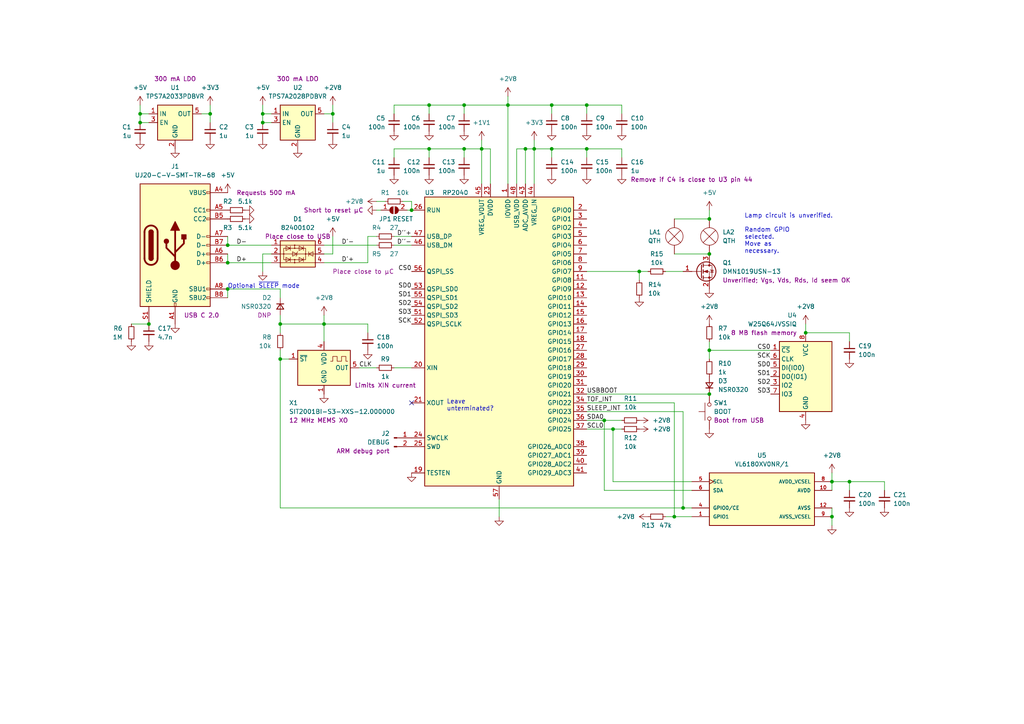
<source format=kicad_sch>
(kicad_sch (version 20230121) (generator eeschema)
  (paper "A4")
  (title_block (title "Hyperspectral Gripper PCB Assy.") (date "2024-02-28") (rev "A") (company "Schematic authors: Lilly Rizvi") (comment 1 "3. Place capacitors as close as possible to relevant IC terminals") (comment 2 "2. Use X5R or X7R ceramic capacitors with soft terminations unless otherwise noted.") (comment 3 "1. Leaded IC packages are selected for reliability on non-rigid substrate."))
  (lib_symbols
    (symbol "Connector:Conn_01x02_Pin" (pin_names (offset 1.016) hide)
      (property "Reference" "J" (at 0 2.54 0))
      (property "Value" "Conn_01x02_Pin" (at 0 -5.08 0))
      (symbol "Conn_01x02_Pin_1_1"
        (polyline (pts (xy 1.27 -2.54) (xy 0.8636 -2.54)) (stroke (width 0.1524)))
        (polyline (pts (xy 1.27 0) (xy 0.8636 0)) (stroke (width 0.1524)))
        (rectangle (start 0.8636 -2.413) (end 0 -2.667) (stroke (width 0.1524)) (fill (type outline)))
        (rectangle (start 0.8636 0.127) (end 0 -0.127) (stroke (width 0.1524)) (fill (type outline)))
        (pin passive line (at 5.08 0 180) (length 3.81) (name "Pin_1") (number "1"))
        (pin passive line (at 5.08 -2.54 180) (length 3.81) (name "Pin_2") (number "2"))
      )
    )
    (symbol "Connector:USB_C_Receptacle_USB2.0" (pin_names (offset 1.016))
      (property "Reference" "J" (at -10.16 19.05 0))
      (property "Value" "USB_C_Receptacle_USB2.0" (at 19.05 19.05 0))
      (symbol "USB_C_Receptacle_USB2.0_0_0"
        (rectangle (start -0.254 -17.78) (end 0.254 -16.764))
        (rectangle (start 10.16 -14.986) (end 9.144 -15.494))
        (rectangle (start 10.16 -12.446) (end 9.144 -12.954))
        (rectangle (start 10.16 -4.826) (end 9.144 -5.334))
        (rectangle (start 10.16 -2.286) (end 9.144 -2.794))
        (rectangle (start 10.16 0.254) (end 9.144 -0.254))
        (rectangle (start 10.16 2.794) (end 9.144 2.286))
        (rectangle (start 10.16 7.874) (end 9.144 7.366))
        (rectangle (start 10.16 10.414) (end 9.144 9.906))
        (rectangle (start 10.16 15.494) (end 9.144 14.986))
      )
      (symbol "USB_C_Receptacle_USB2.0_0_1"
        (rectangle (start -10.16 17.78) (end 10.16 -17.78) (stroke (width 0.254)) (fill (type background)))
        (arc (start -8.89 -3.81) (mid -6.985 -5.7067) (end -5.08 -3.81) (stroke (width 0.508)))
        (arc (start -7.62 -3.81) (mid -6.985 -4.4423) (end -6.35 -3.81) (stroke (width 0.254)))
        (arc (start -7.62 -3.81) (mid -6.985 -4.4423) (end -6.35 -3.81) (stroke (width 0.254)) (fill (type outline)))
        (rectangle (start -7.62 -3.81) (end -6.35 3.81) (stroke (width 0.254)) (fill (type outline)))
        (arc (start -6.35 3.81) (mid -6.985 4.4423) (end -7.62 3.81) (stroke (width 0.254)))
        (arc (start -6.35 3.81) (mid -6.985 4.4423) (end -7.62 3.81) (stroke (width 0.254)) (fill (type outline)))
        (arc (start -5.08 3.81) (mid -6.985 5.7067) (end -8.89 3.81) (stroke (width 0.508)))
        (circle (center -2.54 1.143) (radius 0.635) (stroke (width 0.254)) (fill (type outline)))
        (circle (center 0 -5.842) (radius 1.27) (fill (type outline)))
        (polyline (pts (xy -8.89 -3.81) (xy -8.89 3.81)) (stroke (width 0.508)))
        (polyline (pts (xy -5.08 3.81) (xy -5.08 -3.81)) (stroke (width 0.508)))
        (polyline (pts (xy 0 -5.842) (xy 0 4.318)) (stroke (width 0.508)))
        (polyline (pts (xy 0 -3.302) (xy -2.54 -0.762) (xy -2.54 0.508)) (stroke (width 0.508)))
        (polyline (pts (xy 0 -2.032) (xy 2.54 0.508) (xy 2.54 1.778)) (stroke (width 0.508)))
        (polyline (pts (xy -1.27 4.318) (xy 0 6.858) (xy 1.27 4.318) (xy -1.27 4.318)) (stroke (width 0.254)) (fill (type outline)))
        (rectangle (start 1.905 1.778) (end 3.175 3.048) (stroke (width 0.254)) (fill (type outline)))
      )
      (symbol "USB_C_Receptacle_USB2.0_1_1"
        (pin passive line (at 0 -22.86 90) (length 5.08) (name "GND") (number "A1"))
        (pin passive line (at 0 -22.86 90) (length 5.08) hide (name "GND") (number "A12"))
        (pin passive line (at 15.24 15.24 180) (length 5.08) (name "VBUS") (number "A4"))
        (pin bidirectional line (at 15.24 10.16 180) (length 5.08) (name "CC1") (number "A5"))
        (pin bidirectional line (at 15.24 -2.54 180) (length 5.08) (name "D+") (number "A6"))
        (pin bidirectional line (at 15.24 2.54 180) (length 5.08) (name "D-") (number "A7"))
        (pin bidirectional line (at 15.24 -12.7 180) (length 5.08) (name "SBU1") (number "A8"))
        (pin passive line (at 15.24 15.24 180) (length 5.08) hide (name "VBUS") (number "A9"))
        (pin passive line (at 0 -22.86 90) (length 5.08) hide (name "GND") (number "B1"))
        (pin passive line (at 0 -22.86 90) (length 5.08) hide (name "GND") (number "B12"))
        (pin passive line (at 15.24 15.24 180) (length 5.08) hide (name "VBUS") (number "B4"))
        (pin bidirectional line (at 15.24 7.62 180) (length 5.08) (name "CC2") (number "B5"))
        (pin bidirectional line (at 15.24 -5.08 180) (length 5.08) (name "D+") (number "B6"))
        (pin bidirectional line (at 15.24 0 180) (length 5.08) (name "D-") (number "B7"))
        (pin bidirectional line (at 15.24 -15.24 180) (length 5.08) (name "SBU2") (number "B8"))
        (pin passive line (at 15.24 15.24 180) (length 5.08) hide (name "VBUS") (number "B9"))
        (pin passive line (at -7.62 -22.86 90) (length 5.08) (name "SHIELD") (number "S1"))
      )
    )
    (symbol "Device:C_Small" (pin_numbers hide) (pin_names (offset 0.254) hide)
      (property "Reference" "C" (at 0.254 1.778 0))
      (property "Value" "C_Small" (at 0.254 -2.032 0))
      (symbol "C_Small_0_1"
        (polyline (pts (xy -1.524 -0.508) (xy 1.524 -0.508)) (stroke (width 0.3302)))
        (polyline (pts (xy -1.524 0.508) (xy 1.524 0.508)) (stroke (width 0.3048)))
      )
      (symbol "C_Small_1_1"
        (pin passive line (at 0 2.54 270) (length 2.032) (name "~") (number "1"))
        (pin passive line (at 0 -2.54 90) (length 2.032) (name "~") (number "2"))
      )
    )
    (symbol "Device:D_Small" (pin_numbers hide) (pin_names (offset 0.254) hide)
      (property "Reference" "D" (at -1.27 2.032 0))
      (property "Value" "D_Small" (at -3.81 -2.032 0))
      (symbol "D_Small_0_1"
        (polyline (pts (xy -0.762 -1.016) (xy -0.762 1.016)) (stroke (width 0.254)))
        (polyline (pts (xy -0.762 0) (xy 0.762 0)))
        (polyline (pts (xy 0.762 -1.016) (xy -0.762 0) (xy 0.762 1.016) (xy 0.762 -1.016)) (stroke (width 0.254)))
      )
      (symbol "D_Small_1_1"
        (pin passive line (at -2.54 0 0) (length 1.778) (name "K") (number "1"))
        (pin passive line (at 2.54 0 180) (length 1.778) (name "A") (number "2"))
      )
    )
    (symbol "Device:Lamp" (pin_numbers hide) (pin_names (offset 0.0254) hide)
      (property "Reference" "LA" (at 0.635 3.81 0))
      (property "Value" "Lamp" (at 0.635 -3.81 0))
      (symbol "Lamp_0_1"
        (polyline (pts (xy -1.778 1.778) (xy 1.778 -1.778)))
        (polyline (pts (xy 1.778 1.778) (xy -1.778 -1.778)))
        (circle (center 0 0) (radius 2.54))
      )
      (symbol "Lamp_1_1"
        (pin passive line (at 0 -5.08 90) (length 2.54) (name "-") (number "1"))
        (pin passive line (at 0 5.08 270) (length 2.54) (name "+") (number "2"))
      )
    )
    (symbol "Device:R_Small" (pin_numbers hide) (pin_names (offset 0.254) hide)
      (property "Reference" "R" (at 0.762 0.508 0))
      (property "Value" "R_Small" (at 0.762 -1.016 0))
      (symbol "R_Small_0_1"
        (rectangle (start -0.762 1.778) (end 0.762 -1.778) (stroke (width 0.2032)))
      )
      (symbol "R_Small_1_1"
        (pin passive line (at 0 2.54 270) (length 0.762) (name "~") (number "1"))
        (pin passive line (at 0 -2.54 90) (length 0.762) (name "~") (number "2"))
      )
    )
    (symbol "Jumper:SolderJumper_2_Open" (pin_names (offset 0) hide)
      (property "Reference" "JP" (at 0 2.032 0))
      (property "Value" "SolderJumper_2_Open" (at 0 -2.54 0))
      (symbol "SolderJumper_2_Open_0_1"
        (arc (start -0.254 1.016) (mid -1.2656 0) (end -0.254 -1.016))
        (arc (start -0.254 1.016) (mid -1.2656 0) (end -0.254 -1.016) (fill (type outline)))
        (polyline (pts (xy -0.254 1.016) (xy -0.254 -1.016)))
        (polyline (pts (xy 0.254 1.016) (xy 0.254 -1.016)))
        (arc (start 0.254 -1.016) (mid 1.2656 0) (end 0.254 1.016))
        (arc (start 0.254 -1.016) (mid 1.2656 0) (end 0.254 1.016) (fill (type outline)))
      )
      (symbol "SolderJumper_2_Open_1_1"
        (pin passive line (at -3.81 0 0) (length 2.54) (name "A") (number "1"))
        (pin passive line (at 3.81 0 180) (length 2.54) (name "B") (number "2"))
      )
    )
    (symbol "MCU_RaspberryPi:RP2040"
      (property "Reference" "U" (at 17.78 45.72 0))
      (property "Value" "RP2040" (at 17.78 43.18 0))
      (symbol "RP2040_0_1"
        (rectangle (start -21.59 41.91) (end 21.59 -41.91) (stroke (width 0.254)) (fill (type background)))
      )
      (symbol "RP2040_1_1"
        (pin power_in line (at 2.54 45.72 270) (length 3.81) (name "IOVDD") (number "1"))
        (pin passive line (at 2.54 45.72 270) (length 3.81) hide (name "IOVDD") (number "10"))
        (pin bidirectional line (at 25.4 17.78 180) (length 3.81) (name "GPIO8") (number "11"))
        (pin bidirectional line (at 25.4 15.24 180) (length 3.81) (name "GPIO9") (number "12"))
        (pin bidirectional line (at 25.4 12.7 180) (length 3.81) (name "GPIO10") (number "13"))
        (pin bidirectional line (at 25.4 10.16 180) (length 3.81) (name "GPIO11") (number "14"))
        (pin bidirectional line (at 25.4 7.62 180) (length 3.81) (name "GPIO12") (number "15"))
        (pin bidirectional line (at 25.4 5.08 180) (length 3.81) (name "GPIO13") (number "16"))
        (pin bidirectional line (at 25.4 2.54 180) (length 3.81) (name "GPIO14") (number "17"))
        (pin bidirectional line (at 25.4 0 180) (length 3.81) (name "GPIO15") (number "18"))
        (pin input line (at -25.4 -38.1 0) (length 3.81) (name "TESTEN") (number "19"))
        (pin bidirectional line (at 25.4 38.1 180) (length 3.81) (name "GPIO0") (number "2"))
        (pin input line (at -25.4 -7.62 0) (length 3.81) (name "XIN") (number "20"))
        (pin passive line (at -25.4 -17.78 0) (length 3.81) (name "XOUT") (number "21"))
        (pin passive line (at 2.54 45.72 270) (length 3.81) hide (name "IOVDD") (number "22"))
        (pin power_in line (at -2.54 45.72 270) (length 3.81) (name "DVDD") (number "23"))
        (pin input line (at -25.4 -27.94 0) (length 3.81) (name "SWCLK") (number "24"))
        (pin bidirectional line (at -25.4 -30.48 0) (length 3.81) (name "SWD") (number "25"))
        (pin input line (at -25.4 38.1 0) (length 3.81) (name "RUN") (number "26"))
        (pin bidirectional line (at 25.4 -2.54 180) (length 3.81) (name "GPIO16") (number "27"))
        (pin bidirectional line (at 25.4 -5.08 180) (length 3.81) (name "GPIO17") (number "28"))
        (pin bidirectional line (at 25.4 -7.62 180) (length 3.81) (name "GPIO18") (number "29"))
        (pin bidirectional line (at 25.4 35.56 180) (length 3.81) (name "GPIO1") (number "3"))
        (pin bidirectional line (at 25.4 -10.16 180) (length 3.81) (name "GPIO19") (number "30"))
        (pin bidirectional line (at 25.4 -12.7 180) (length 3.81) (name "GPIO20") (number "31"))
        (pin bidirectional line (at 25.4 -15.24 180) (length 3.81) (name "GPIO21") (number "32"))
        (pin passive line (at 2.54 45.72 270) (length 3.81) hide (name "IOVDD") (number "33"))
        (pin bidirectional line (at 25.4 -17.78 180) (length 3.81) (name "GPIO22") (number "34"))
        (pin bidirectional line (at 25.4 -20.32 180) (length 3.81) (name "GPIO23") (number "35"))
        (pin bidirectional line (at 25.4 -22.86 180) (length 3.81) (name "GPIO24") (number "36"))
        (pin bidirectional line (at 25.4 -25.4 180) (length 3.81) (name "GPIO25") (number "37"))
        (pin bidirectional line (at 25.4 -30.48 180) (length 3.81) (name "GPIO26_ADC0") (number "38"))
        (pin bidirectional line (at 25.4 -33.02 180) (length 3.81) (name "GPIO27_ADC1") (number "39"))
        (pin bidirectional line (at 25.4 33.02 180) (length 3.81) (name "GPIO2") (number "4"))
        (pin bidirectional line (at 25.4 -35.56 180) (length 3.81) (name "GPIO28_ADC2") (number "40"))
        (pin bidirectional line (at 25.4 -38.1 180) (length 3.81) (name "GPIO29_ADC3") (number "41"))
        (pin passive line (at 2.54 45.72 270) (length 3.81) hide (name "IOVDD") (number "42"))
        (pin power_in line (at 7.62 45.72 270) (length 3.81) (name "ADC_AVDD") (number "43"))
        (pin power_in line (at 10.16 45.72 270) (length 3.81) (name "VREG_IN") (number "44"))
        (pin power_out line (at -5.08 45.72 270) (length 3.81) (name "VREG_VOUT") (number "45"))
        (pin bidirectional line (at -25.4 27.94 0) (length 3.81) (name "USB_DM") (number "46"))
        (pin bidirectional line (at -25.4 30.48 0) (length 3.81) (name "USB_DP") (number "47"))
        (pin power_in line (at 5.08 45.72 270) (length 3.81) (name "USB_VDD") (number "48"))
        (pin passive line (at 2.54 45.72 270) (length 3.81) hide (name "IOVDD") (number "49"))
        (pin bidirectional line (at 25.4 30.48 180) (length 3.81) (name "GPIO3") (number "5"))
        (pin passive line (at -2.54 45.72 270) (length 3.81) hide (name "DVDD") (number "50"))
        (pin bidirectional line (at -25.4 7.62 0) (length 3.81) (name "QSPI_SD3") (number "51"))
        (pin output line (at -25.4 5.08 0) (length 3.81) (name "QSPI_SCLK") (number "52"))
        (pin bidirectional line (at -25.4 15.24 0) (length 3.81) (name "QSPI_SD0") (number "53"))
        (pin bidirectional line (at -25.4 10.16 0) (length 3.81) (name "QSPI_SD2") (number "54"))
        (pin bidirectional line (at -25.4 12.7 0) (length 3.81) (name "QSPI_SD1") (number "55"))
        (pin bidirectional line (at -25.4 20.32 0) (length 3.81) (name "QSPI_SS") (number "56"))
        (pin power_in line (at 0 -45.72 90) (length 3.81) (name "GND") (number "57"))
        (pin bidirectional line (at 25.4 27.94 180) (length 3.81) (name "GPIO4") (number "6"))
        (pin bidirectional line (at 25.4 25.4 180) (length 3.81) (name "GPIO5") (number "7"))
        (pin bidirectional line (at 25.4 22.86 180) (length 3.81) (name "GPIO6") (number "8"))
        (pin bidirectional line (at 25.4 20.32 180) (length 3.81) (name "GPIO7") (number "9"))
      )
    )
    (symbol "Memory_Flash:W25Q32JVSS"
      (property "Reference" "U" (at -6.35 11.43 0))
      (property "Value" "W25Q32JVSS" (at 7.62 11.43 0))
      (symbol "W25Q32JVSS_0_1"
        (rectangle (start -7.62 10.16) (end 7.62 -10.16) (stroke (width 0.254)) (fill (type background)))
      )
      (symbol "W25Q32JVSS_1_1"
        (pin input line (at -10.16 7.62 0) (length 2.54) (name "~{CS}") (number "1"))
        (pin bidirectional line (at -10.16 0 0) (length 2.54) (name "DO(IO1)") (number "2"))
        (pin bidirectional line (at -10.16 -2.54 0) (length 2.54) (name "IO2") (number "3"))
        (pin power_in line (at 0 -12.7 90) (length 2.54) (name "GND") (number "4"))
        (pin bidirectional line (at -10.16 2.54 0) (length 2.54) (name "DI(IO0)") (number "5"))
        (pin input line (at -10.16 5.08 0) (length 2.54) (name "CLK") (number "6"))
        (pin bidirectional line (at -10.16 -5.08 0) (length 2.54) (name "IO3") (number "7"))
        (pin power_in line (at 0 12.7 270) (length 2.54) (name "VCC") (number "8"))
      )
    )
    (symbol "Power_Protection:WE-TVS-82400102"
      (property "Reference" "U" (at 0 7.62 0))
      (property "Value" "WE-TVS-82400102" (at 0 5.08 0))
      (symbol "WE-TVS-82400102_0_1"
        (circle (center -4.064 0) (radius 0.127))
        (rectangle (start -4.064 1.651) (end 2.286 -1.651))
        (circle (center -0.889 -2.54) (radius 0.127))
        (circle (center -0.889 -1.651) (radius 0.127))
        (circle (center -0.889 1.651) (radius 0.127))
        (circle (center -0.889 2.54) (radius 0.127))
        (polyline (pts (xy -5.08 -2.54) (xy 5.08 -2.54)))
        (polyline (pts (xy -5.08 2.54) (xy 5.08 2.54)))
        (polyline (pts (xy -4.064 0) (xy -5.08 0)))
        (polyline (pts (xy -4.064 0) (xy 2.286 0)) (fill (type outline)))
        (polyline (pts (xy -2.159 -1.016) (xy -2.159 -2.286)))
        (polyline (pts (xy -2.159 2.286) (xy -2.159 1.016)))
        (polyline (pts (xy -0.889 -1.651) (xy -0.889 -2.413)))
        (polyline (pts (xy -0.889 1.651) (xy -0.889 2.54)))
        (polyline (pts (xy -0.508 -0.635) (xy -0.508 -0.635)))
        (polyline (pts (xy 1.651 -1.016) (xy 1.651 -2.286)))
        (polyline (pts (xy 1.651 2.286) (xy 1.651 1.016)))
        (polyline (pts (xy 2.286 0) (xy 5.08 0)))
        (polyline (pts (xy -3.429 -1.016) (xy -3.429 -2.286) (xy -2.159 -1.651) (xy -3.429 -1.016)))
        (polyline (pts (xy -3.429 1.016) (xy -3.429 2.286) (xy -2.159 1.651) (xy -3.429 1.016)))
        (polyline (pts (xy 0 0.635) (xy -0.254 0.381) (xy -0.254 -0.381) (xy -0.508 -0.635)))
        (polyline (pts (xy 0.381 -1.016) (xy 0.381 -2.286) (xy 1.651 -1.651) (xy 0.381 -1.016)))
        (polyline (pts (xy 0.381 1.016) (xy 0.381 2.286) (xy 1.651 1.651) (xy 0.381 1.016)))
        (circle (center 2.286 0) (radius 0.127))
      )
      (symbol "WE-TVS-82400102_1_1"
        (rectangle (start -5.08 3.81) (end 5.08 -3.81) (stroke (width 0.254)) (fill (type background)))
        (polyline (pts (xy 3.175 0.635) (xy 3.175 -0.635)))
        (polyline (pts (xy -1.524 0.635) (xy -1.524 -0.635) (xy -0.254 0) (xy -1.524 0.635)))
        (polyline (pts (xy 4.445 0.635) (xy 4.445 -0.635) (xy 3.175 0) (xy 4.445 0.635)))
        (pin passive line (at -7.62 2.54 0) (length 2.54) (name "~") (number "1"))
        (pin passive line (at -7.62 0 0) (length 2.54) (name "~") (number "2"))
        (pin passive line (at -7.62 -2.54 0) (length 2.54) (name "~") (number "3"))
        (pin passive line (at 7.62 -2.54 180) (length 2.54) (name "~") (number "4"))
        (pin passive line (at 7.62 0 180) (length 2.54) (name "~") (number "5"))
        (pin passive line (at 7.62 2.54 180) (length 2.54) (name "~") (number "6"))
      )
    )
    (symbol "Regulator_Linear:LP5907MFX-2.8"
      (property "Reference" "U" (at -3.81 6.35 0))
      (property "Value" "LP5907MFX-2.8" (at 6.35 6.35 0))
      (symbol "LP5907MFX-2.8_0_1"
        (rectangle (start -5.08 -5.08) (end 5.08 5.08) (stroke (width 0.254)) (fill (type background)))
        (pin power_in line (at -7.62 2.54 0) (length 2.54) (name "IN") (number "1"))
        (pin power_in line (at 0 -7.62 90) (length 2.54) (name "GND") (number "2"))
        (pin input line (at -7.62 0 0) (length 2.54) (name "EN") (number "3"))
        (pin no_connect line (at 5.08 0 180) (length 2.54) hide (name "NC") (number "4"))
        (pin power_out line (at 7.62 2.54 180) (length 2.54) (name "OUT") (number "5"))
      )
    )
    (symbol "SIT2001:SIT2001BI-S3-XXS"
      (property "Reference" "X" (at -6.35 6.35 0))
      (property "Value" "SIT2001BI-S3-XXS" (at 8.89 -6.35 0))
      (symbol "SIT2001BI-S3-XXS_0_1"
        (rectangle (start -7.62 5.08) (end 7.62 -5.08) (stroke (width 0.254)) (fill (type background)))
        (polyline (pts (xy 1.905 1.905) (xy 2.54 1.905) (xy 2.54 3.302) (xy 3.81 3.302) (xy 3.81 1.905) (xy 5.08 1.905) (xy 5.08 3.302) (xy 6.35 3.302) (xy 6.35 1.905) (xy 6.858 1.905)))
      )
      (symbol "SIT2001BI-S3-XXS_1_1"
        (pin power_in line (at 0 -7.62 90) (length 2.54) (name "GND") (number "1"))
        (pin input line (at -10.16 2.54 0) (length 2.54) (name "~{ST}") (number "1"))
        (pin no_connect line (at -7.62 -2.54 0) (length 2.54) hide (name "NC") (number "2"))
        (pin power_in line (at 0 7.62 270) (length 2.54) (name "VDD") (number "4"))
        (pin output line (at 10.16 0 180) (length 2.54) (name "OUT") (number "5"))
      )
    )
    (symbol "Switch:SW_Push" (pin_numbers hide) (pin_names (offset 1.016) hide)
      (property "Reference" "SW" (at 1.27 2.54 0))
      (property "Value" "SW_Push" (at 0 -1.524 0))
      (symbol "SW_Push_0_1"
        (circle (center -2.032 0) (radius 0.508))
        (polyline (pts (xy 0 1.27) (xy 0 3.048)))
        (polyline (pts (xy 2.54 1.27) (xy -2.54 1.27)))
        (circle (center 2.032 0) (radius 0.508))
        (pin passive line (at -5.08 0 0) (length 2.54) (name "1") (number "1"))
        (pin passive line (at 5.08 0 180) (length 2.54) (name "2") (number "2"))
      )
    )
    (symbol "Transistor_FET:BSS138" (pin_names hide)
      (property "Reference" "Q" (at 5.08 1.905 0))
      (property "Value" "BSS138" (at 5.08 0 0))
      (symbol "BSS138_0_1"
        (polyline (pts (xy 0.254 0) (xy -2.54 0)))
        (polyline (pts (xy 0.254 1.905) (xy 0.254 -1.905)) (stroke (width 0.254)))
        (polyline (pts (xy 0.762 -1.27) (xy 0.762 -2.286)) (stroke (width 0.254)))
        (polyline (pts (xy 0.762 0.508) (xy 0.762 -0.508)) (stroke (width 0.254)))
        (polyline (pts (xy 0.762 2.286) (xy 0.762 1.27)) (stroke (width 0.254)))
        (polyline (pts (xy 2.54 2.54) (xy 2.54 1.778)))
        (polyline (pts (xy 2.54 -2.54) (xy 2.54 0) (xy 0.762 0)))
        (polyline (pts (xy 0.762 -1.778) (xy 3.302 -1.778) (xy 3.302 1.778) (xy 0.762 1.778)))
        (polyline (pts (xy 1.016 0) (xy 2.032 0.381) (xy 2.032 -0.381) (xy 1.016 0)) (fill (type outline)))
        (polyline (pts (xy 2.794 0.508) (xy 2.921 0.381) (xy 3.683 0.381) (xy 3.81 0.254)))
        (polyline (pts (xy 3.302 0.381) (xy 2.921 -0.254) (xy 3.683 -0.254) (xy 3.302 0.381)))
        (circle (center 1.651 0) (radius 2.794) (stroke (width 0.254)))
        (circle (center 2.54 -1.778) (radius 0.254) (fill (type outline)))
        (circle (center 2.54 1.778) (radius 0.254) (fill (type outline)))
      )
      (symbol "BSS138_1_1"
        (pin input line (at -5.08 0 0) (length 2.54) (name "G") (number "1"))
        (pin passive line (at 2.54 -5.08 90) (length 2.54) (name "S") (number "2"))
        (pin passive line (at 2.54 5.08 270) (length 2.54) (name "D") (number "3"))
      )
    )
    (symbol "VL6180XV0NR_1:VL6180XV0NR_1" (pin_names (offset 1.016))
      (property "Reference" "U" (at -15.2568 7.6284 0))
      (property "Value" "VL6180XV0NR_1" (at -15.2519 -10.1679 0))
      (symbol "VL6180XV0NR_1_0_0"
        (rectangle (start -15.24 -7.62) (end 15.24 7.62) (stroke (width 0.254)) (fill (type background)))
        (pin bidirectional line (at -20.32 -5.08 0) (length 5.08) (name "GPIO1") (number "1"))
        (pin power_in line (at 20.32 2.54 180) (length 5.08) (name "AVDD") (number "10"))
        (pin power_in line (at 20.32 -2.54 180) (length 5.08) (name "AVSS") (number "12"))
        (pin bidirectional line (at -20.32 -2.54 0) (length 5.08) (name "GPIO0/CE") (number "4"))
        (pin input clock (at -20.32 5.08 0) (length 5.08) (name "SCL") (number "5"))
        (pin bidirectional line (at -20.32 2.54 0) (length 5.08) (name "SDA") (number "6"))
        (pin power_in line (at 20.32 5.08 180) (length 5.08) (name "AVDD_VCSEL") (number "8"))
        (pin power_in line (at 20.32 -5.08 180) (length 5.08) (name "AVSS_VCSEL") (number "9"))
      )
    )
    (symbol "power:+1V1" (power) (pin_names (offset 0))
      (property "Value" "+1V1" (at 0 3.556 0))
      (symbol "+1V1_0_1"
        (polyline (pts (xy -0.762 1.27) (xy 0 2.54)))
        (polyline (pts (xy 0 0) (xy 0 2.54)))
        (polyline (pts (xy 0 2.54) (xy 0.762 1.27)))
      )
      (symbol "+1V1_1_1"
        (pin power_in line (at 0 0 90) (length 0) hide (name "+1V1") (number "1"))
      )
    )
    (symbol "power:+2V8" (power) (pin_names (offset 0))
      (property "Value" "+2V8" (at 0 3.556 0))
      (symbol "+2V8_0_1"
        (polyline (pts (xy -0.762 1.27) (xy 0 2.54)))
        (polyline (pts (xy 0 0) (xy 0 2.54)))
        (polyline (pts (xy 0 2.54) (xy 0.762 1.27)))
      )
      (symbol "+2V8_1_1"
        (pin power_in line (at 0 0 90) (length 0) hide (name "+2V8") (number "1"))
      )
    )
    (symbol "power:+3V3" (power) (pin_names (offset 0))
      (property "Value" "+3V3" (at 0 3.556 0))
      (symbol "+3V3_0_1"
        (polyline (pts (xy -0.762 1.27) (xy 0 2.54)))
        (polyline (pts (xy 0 0) (xy 0 2.54)))
        (polyline (pts (xy 0 2.54) (xy 0.762 1.27)))
      )
      (symbol "+3V3_1_1"
        (pin power_in line (at 0 0 90) (length 0) hide (name "+3V3") (number "1"))
      )
    )
    (symbol "power:+5V" (power) (pin_names (offset 0))
      (property "Value" "+5V" (at 0 3.556 0))
      (symbol "+5V_0_1"
        (polyline (pts (xy -0.762 1.27) (xy 0 2.54)))
        (polyline (pts (xy 0 0) (xy 0 2.54)))
        (polyline (pts (xy 0 2.54) (xy 0.762 1.27)))
      )
      (symbol "+5V_1_1"
        (pin power_in line (at 0 0 90) (length 0) hide (name "+5V") (number "1"))
      )
    )
    (symbol "power:GND" (power) (pin_names (offset 0))
      (property "Value" "GND" (at 0 -3.81 0))
      (symbol "GND_0_1"
        (polyline (pts (xy 0 0) (xy 0 -1.27) (xy 1.27 -1.27) (xy 0 -2.54) (xy -1.27 -1.27) (xy 0 -1.27)))
      )
      (symbol "GND_1_1"
        (pin power_in line (at 0 0 270) (length 0) hide (name "GND") (number "1"))
      )
    )
  )
  (junction (at 40.64 33.02))
  (junction (at 81.28 104.14))
  (junction (at 119.38 60.96))
  (junction (at 76.2 35.56))
  (junction (at 60.96 33.02))
  (junction (at 205.74 114.3))
  (junction (at 233.68 96.52))
  (junction (at 160.02 30.48))
  (junction (at 134.62 30.48))
  (junction (at 170.18 43.18))
  (junction (at 205.74 63.5))
  (junction (at 246.38 139.7))
  (junction (at 170.18 30.48))
  (junction (at 93.98 93.98))
  (junction (at 152.4 43.18))
  (junction (at 134.62 43.18))
  (junction (at 124.46 43.18))
  (junction (at 124.46 30.48))
  (junction (at 76.2 33.02))
  (junction (at 241.3 149.86))
  (junction (at 147.32 30.48))
  (junction (at 195.58 149.86))
  (junction (at 175.26 121.92))
  (junction (at 66.04 83.82))
  (junction (at 139.7 43.18))
  (junction (at 241.3 139.7))
  (junction (at 185.42 78.74))
  (junction (at 198.12 147.32))
  (junction (at 66.04 71.12))
  (junction (at 40.64 35.56))
  (junction (at 205.74 73.66))
  (junction (at 205.74 101.6))
  (junction (at 160.02 43.18))
  (junction (at 154.94 43.18))
  (junction (at 66.04 76.2))
  (junction (at 96.52 33.02))
  (junction (at 81.28 93.98))
  (junction (at 177.8 124.46))
  (junction (at 43.18 93.98))
  (no_connect (at 119.38 116.84))
  (wire (pts (xy 66.04 73.66) (xy 66.04 76.2)))
  (wire (pts (xy 114.3 71.12) (xy 119.38 71.12)))
  (wire (pts (xy 76.2 33.02) (xy 76.2 35.56)))
  (wire (pts (xy 96.52 68.58) (xy 96.52 73.66)))
  (wire (pts (xy 114.3 33.02) (xy 114.3 30.48)))
  (wire (pts (xy 198.12 147.32) (xy 200.66 147.32)))
  (wire (pts (xy 60.96 35.56) (xy 60.96 33.02)))
  (wire (pts (xy 96.52 30.48) (xy 96.52 33.02)))
  (wire (pts (xy 118.11 60.96) (xy 119.38 60.96)))
  (wire (pts (xy 66.04 71.12) (xy 78.74 71.12)))
  (wire (pts (xy 109.22 60.96) (xy 110.49 60.96)))
  (wire (pts (xy 40.64 35.56) (xy 43.18 35.56)))
  (wire (pts (xy 198.12 119.38) (xy 198.12 147.32)))
  (wire (pts (xy 81.28 91.44) (xy 81.28 93.98)))
  (wire (pts (xy 193.04 149.86) (xy 195.58 149.86)))
  (wire (pts (xy 177.8 124.46) (xy 170.18 124.46)))
  (wire (pts (xy 180.34 45.72) (xy 180.34 43.18)))
  (wire (pts (xy 78.74 76.2) (xy 66.04 76.2)))
  (wire (pts (xy 195.58 73.66) (xy 205.74 73.66)))
  (wire (pts (xy 205.74 99.06) (xy 205.74 101.6)))
  (wire (pts (xy 160.02 43.18) (xy 170.18 43.18)))
  (wire (pts (xy 160.02 33.02) (xy 160.02 30.48)))
  (wire (pts (xy 81.28 86.36) (xy 81.28 83.82)))
  (wire (pts (xy 81.28 101.6) (xy 81.28 104.14)))
  (wire (pts (xy 180.34 30.48) (xy 170.18 30.48)))
  (wire (pts (xy 154.94 40.64) (xy 154.94 43.18)))
  (wire (pts (xy 205.74 60.96) (xy 205.74 63.5)))
  (wire (pts (xy 93.98 71.12) (xy 109.22 71.12)))
  (wire (pts (xy 160.02 43.18) (xy 160.02 45.72)))
  (wire (pts (xy 195.58 149.86) (xy 200.66 149.86)))
  (wire (pts (xy 114.3 68.58) (xy 119.38 68.58)))
  (wire (pts (xy 134.62 33.02) (xy 134.62 30.48)))
  (wire (pts (xy 93.98 93.98) (xy 93.98 99.06)))
  (wire (pts (xy 119.38 58.42) (xy 119.38 60.96)))
  (wire (pts (xy 180.34 121.92) (xy 175.26 121.92)))
  (wire (pts (xy 160.02 30.48) (xy 170.18 30.48)))
  (wire (pts (xy 177.8 139.7) (xy 200.66 139.7)))
  (wire (pts (xy 60.96 30.48) (xy 60.96 33.02)))
  (wire (pts (xy 195.58 63.5) (xy 205.74 63.5)))
  (wire (pts (xy 81.28 104.14) (xy 83.82 104.14)))
  (wire (pts (xy 205.74 101.6) (xy 205.74 104.14)))
  (wire (pts (xy 76.2 30.48) (xy 76.2 33.02)))
  (wire (pts (xy 96.52 33.02) (xy 93.98 33.02)))
  (wire (pts (xy 152.4 43.18) (xy 154.94 43.18)))
  (wire (pts (xy 147.32 30.48) (xy 160.02 30.48)))
  (wire (pts (xy 147.32 30.48) (xy 147.32 53.34)))
  (wire (pts (xy 81.28 104.14) (xy 81.28 147.32)))
  (wire (pts (xy 134.62 30.48) (xy 147.32 30.48)))
  (wire (pts (xy 116.84 58.42) (xy 119.38 58.42)))
  (wire (pts (xy 180.34 33.02) (xy 180.34 30.48)))
  (wire (pts (xy 170.18 119.38) (xy 198.12 119.38)))
  (wire (pts (xy 38.1 93.98) (xy 43.18 93.98)))
  (wire (pts (xy 241.3 139.7) (xy 241.3 142.24)))
  (wire (pts (xy 152.4 43.18) (xy 152.4 53.34)))
  (wire (pts (xy 81.28 83.82) (xy 66.04 83.82)))
  (wire (pts (xy 134.62 43.18) (xy 124.46 43.18)))
  (wire (pts (xy 81.28 93.98) (xy 93.98 93.98)))
  (wire (pts (xy 134.62 43.18) (xy 134.62 45.72)))
  (wire (pts (xy 149.86 43.18) (xy 149.86 53.34)))
  (wire (pts (xy 200.66 142.24) (xy 175.26 142.24)))
  (wire (pts (xy 109.22 58.42) (xy 111.76 58.42)))
  (wire (pts (xy 106.68 68.58) (xy 109.22 68.58)))
  (wire (pts (xy 256.54 142.24) (xy 256.54 139.7)))
  (wire (pts (xy 149.86 43.18) (xy 152.4 43.18)))
  (wire (pts (xy 96.52 73.66) (xy 93.98 73.66)))
  (wire (pts (xy 93.98 76.2) (xy 106.68 76.2)))
  (wire (pts (xy 66.04 68.58) (xy 66.04 71.12)))
  (wire (pts (xy 246.38 96.52) (xy 246.38 99.06)))
  (wire (pts (xy 139.7 40.64) (xy 139.7 43.18)))
  (wire (pts (xy 193.04 78.74) (xy 198.12 78.74)))
  (wire (pts (xy 246.38 142.24) (xy 246.38 139.7)))
  (wire (pts (xy 114.3 43.18) (xy 114.3 45.72)))
  (wire (pts (xy 177.8 139.7) (xy 177.8 124.46)))
  (wire (pts (xy 114.3 30.48) (xy 124.46 30.48)))
  (wire (pts (xy 241.3 139.7) (xy 246.38 139.7)))
  (wire (pts (xy 76.2 73.66) (xy 78.74 73.66)))
  (wire (pts (xy 76.2 35.56) (xy 78.74 35.56)))
  (wire (pts (xy 106.68 93.98) (xy 93.98 93.98)))
  (wire (pts (xy 81.28 93.98) (xy 81.28 96.52)))
  (wire (pts (xy 147.32 27.94) (xy 147.32 30.48)))
  (wire (pts (xy 78.74 33.02) (xy 76.2 33.02)))
  (wire (pts (xy 40.64 33.02) (xy 40.64 35.56)))
  (wire (pts (xy 246.38 139.7) (xy 256.54 139.7)))
  (wire (pts (xy 124.46 43.18) (xy 124.46 45.72)))
  (wire (pts (xy 170.18 114.3) (xy 205.74 114.3)))
  (wire (pts (xy 241.3 152.4) (xy 241.3 149.86)))
  (wire (pts (xy 170.18 43.18) (xy 170.18 45.72)))
  (wire (pts (xy 106.68 93.98) (xy 106.68 96.52)))
  (wire (pts (xy 114.3 106.68) (xy 119.38 106.68)))
  (wire (pts (xy 180.34 124.46) (xy 177.8 124.46)))
  (wire (pts (xy 170.18 116.84) (xy 195.58 116.84)))
  (wire (pts (xy 233.68 93.98) (xy 233.68 96.52)))
  (wire (pts (xy 81.28 147.32) (xy 198.12 147.32)))
  (wire (pts (xy 60.96 33.02) (xy 58.42 33.02)))
  (wire (pts (xy 76.2 78.74) (xy 76.2 73.66)))
  (wire (pts (xy 175.26 142.24) (xy 175.26 121.92)))
  (wire (pts (xy 185.42 81.28) (xy 185.42 78.74)))
  (wire (pts (xy 124.46 30.48) (xy 134.62 30.48)))
  (wire (pts (xy 43.18 33.02) (xy 40.64 33.02)))
  (wire (pts (xy 185.42 78.74) (xy 187.96 78.74)))
  (wire (pts (xy 142.24 43.18) (xy 142.24 53.34)))
  (wire (pts (xy 134.62 43.18) (xy 139.7 43.18)))
  (wire (pts (xy 223.52 101.6) (xy 205.74 101.6)))
  (wire (pts (xy 233.68 96.52) (xy 246.38 96.52)))
  (wire (pts (xy 175.26 121.92) (xy 170.18 121.92)))
  (wire (pts (xy 66.04 83.82) (xy 66.04 86.36)))
  (wire (pts (xy 170.18 78.74) (xy 185.42 78.74)))
  (wire (pts (xy 139.7 43.18) (xy 139.7 53.34)))
  (wire (pts (xy 144.78 149.86) (xy 144.78 144.78)))
  (wire (pts (xy 40.64 30.48) (xy 40.64 33.02)))
  (wire (pts (xy 139.7 43.18) (xy 142.24 43.18)))
  (wire (pts (xy 195.58 116.84) (xy 195.58 149.86)))
  (wire (pts (xy 170.18 33.02) (xy 170.18 30.48)))
  (wire (pts (xy 106.68 76.2) (xy 106.68 68.58)))
  (wire (pts (xy 96.52 35.56) (xy 96.52 33.02)))
  (wire (pts (xy 160.02 43.18) (xy 154.94 43.18)))
  (wire (pts (xy 170.18 43.18) (xy 180.34 43.18)))
  (wire (pts (xy 124.46 43.18) (xy 114.3 43.18)))
  (wire (pts (xy 124.46 33.02) (xy 124.46 30.48)))
  (wire (pts (xy 154.94 43.18) (xy 154.94 53.34)))
  (wire (pts (xy 241.3 137.16) (xy 241.3 139.7)))
  (wire (pts (xy 104.14 106.68) (xy 109.22 106.68)))
  (wire (pts (xy 241.3 147.32) (xy 241.3 149.86)))
  (wire (pts (xy 93.98 91.44) (xy 93.98 93.98)))
  (text "Optional ~{SLEEP} mode" (at 66.04 83.82 0) (effects (font (size 1.27 1.27)) (justify left bottom)))
  (text "Lamp circuit is unverified.\n\nRandom GPIO\nselected.\nMove as\nnecessary." (at 215.9 73.66 0) (effects (font (size 1.27 1.27)) (justify left bottom)))
  (text "Leave\nunterminated?" (at 129.54 119.38 0) (effects (font (size 1.27 1.27)) (justify left bottom)))
  (label "SD1" (at 223.52 109.22 180))
  (label "SD3" (at 223.52 114.3 180))
  (label "SD0" (at 119.38 83.82 180))
  (label "SCK" (at 119.38 93.98 180))
  (label "CS0" (at 119.38 78.74 180))
  (label "SCK" (at 223.52 104.14 180))
  (label "D+" (at 68.58 76.2 0))
  (label "TOF_INT" (at 170.18 116.84 0))
  (label "D''-" (at 119.38 71.12 180))
  (label "D'+" (at 99.06 76.2 0))
  (label "SD2" (at 223.52 111.76 180))
  (label "D''+" (at 119.38 68.58 180))
  (label "CS0" (at 223.52 101.6 180))
  (label "SCL0" (at 170.18 124.46 0))
  (label "SD2" (at 119.38 88.9 180))
  (label "SD1" (at 119.38 86.36 180))
  (label "D'-" (at 99.06 71.12 0))
  (label "SD0" (at 223.52 106.68 180))
  (label "SDA0" (at 170.18 121.92 0))
  (label "USBBOOT" (at 170.18 114.3 0))
  (label "SLEEP_INT" (at 170.18 119.38 0))
  (label "D-" (at 68.58 71.12 0))
  (label "CLK" (at 104.14 106.68 0))
  (label "SD3" (at 119.38 91.44 180))
  (symbol (lib_id "MCU_RaspberryPi:RP2040") (at 144.78 99.06 0) (unit 1)
    (property "Reference" "U3" (at 123.19 55.88 0) (effects (justify left)))
    (property "Value" "RP2040" (at 128.27 55.88 0) (effects (justify left)))
    (property "Footprint" "Package_DFN_QFN:QFN-56-1EP_7x7mm_P0.4mm_EP3.2x3.2mm" (effects hide))
    (property "Datasheet" "https://datasheets.raspberrypi.com/rp2040/rp2040-datasheet.pdf" (effects hide))
    (property "Digikey" "2648-SC0914(13)CT-ND" (effects hide))
  )
  (symbol (lib_id "Device:C_Small") (at 114.3 48.26 0) (mirror y) (unit 1)
    (property "Reference" "C11" (at 111.76 46.9963 0) (effects (justify left)))
    (property "Value" "1u" (at 111.76 49.5363 0) (effects (justify left)))
  )
  (symbol (lib_id "power:+2V8") (at 109.22 58.42 90) (unit 1)
    (property "Reference" "#PWR029" (effects hide))
    (property "Value" "+2V8" (at 105.41 58.42 90) (effects (justify left)))
  )
  (symbol (lib_id "Device:C_Small") (at 134.62 48.26 0) (mirror y) (unit 1)
    (property "Reference" "C13" (at 132.08 46.9963 0) (effects (justify left)))
    (property "Value" "100n" (at 132.08 49.5363 0) (effects (justify left)))
  )
  (symbol (lib_id "Memory_Flash:W25Q32JVSS") (at 233.68 109.22 0) (unit 1)
    (property "Reference" "U4" (at 231.14 91.44 0) (effects (justify right)))
    (property "Value" "W25Q64JVSSIQ" (at 231.14 93.98 0) (effects (justify right)))
    (property "Footprint" "Package_SO:SOIC-8_5.23x5.23mm_P1.27mm" (effects hide))
    (property "Datasheet" "https://www.winbond.com/resource-files/w25q64jv%20revj%2003272018%20plus.pdf" (effects hide))
    (property "Digikey" "W25Q64JVSSIQ-ND" (effects hide))
    (property "User" "8 MB flash memory" (at 231.14 96.52 0) (effects (justify right)))
  )
  (symbol (lib_id "Device:C_Small") (at 256.54 144.78 0) (unit 1)
    (property "Reference" "C21" (at 259.08 143.5163 0) (effects (justify left)))
    (property "Value" "100n" (at 259.08 146.0563 0) (effects (justify left)))
  )
  (symbol (lib_id "power:GND") (at 50.8 43.18 0) (unit 1)
    (property "Reference" "#PWR018" (effects hide))
    (property "Value" "GND" (effects hide))
  )
  (symbol (lib_id "power:GND") (at 180.34 38.1 0) (unit 1)
    (property "Reference" "#PWR017" (effects hide))
    (property "Value" "GND" (effects hide))
  )
  (symbol (lib_id "Device:C_Small") (at 180.34 48.26 0) (unit 1)
    (property "Reference" "C16" (at 182.88 46.9963 0) (effects (justify left)))
    (property "Value" "1u" (at 182.88 49.5363 0) (effects (justify left)))
    (property "User" "Remove if C4 is close to U3 pin 44" (at 182.88 52.07 0) (effects (justify left)))
  )
  (symbol (lib_id "power:GND") (at 170.18 50.8 0) (unit 1)
    (property "Reference" "#PWR026" (effects hide))
    (property "Value" "GND" (effects hide))
  )
  (symbol (lib_id "power:GND") (at 134.62 38.1 0) (mirror y) (unit 1)
    (property "Reference" "#PWR014" (effects hide))
    (property "Value" "GND" (effects hide))
  )
  (symbol (lib_id "Device:C_Small") (at 124.46 48.26 0) (mirror y) (unit 1)
    (property "Reference" "C12" (at 121.92 46.9963 0) (effects (justify left)))
    (property "Value" "100n" (at 121.92 49.5363 0) (effects (justify left)))
  )
  (symbol (lib_id "Device:R_Small") (at 111.76 68.58 90) (unit 1)
    (property "Reference" "R4" (at 109.22 66.04 90))
    (property "Value" "27" (at 114.3 66.04 90))
  )
  (symbol (lib_id "power:GND") (at 256.54 147.32 0) (unit 1)
    (property "Reference" "#PWR051" (effects hide))
    (property "Value" "GND" (effects hide))
  )
  (symbol (lib_id "Device:R_Small") (at 81.28 99.06 0) (mirror y) (unit 1)
    (property "Reference" "R8" (at 78.74 97.79 0) (effects (justify left)))
    (property "Value" "10k" (at 78.74 100.33 0) (effects (justify left)))
  )
  (symbol (lib_id "Device:C_Small") (at 106.68 99.06 0) (unit 1)
    (property "Reference" "C18" (at 109.22 97.7963 0) (effects (justify left)))
    (property "Value" "100n" (at 109.22 100.3363 0) (effects (justify left)))
  )
  (symbol (lib_id "power:+2V8") (at 233.68 93.98 0) (unit 1)
    (property "Reference" "#PWR038" (effects hide))
    (property "Value" "+2V8" (at 233.68 88.9 0))
  )
  (symbol (lib_id "power:+5V") (at 76.2 30.48 0) (unit 1)
    (property "Reference" "#PWR05" (effects hide))
    (property "Value" "+5V" (at 76.2 25.4 0))
  )
  (symbol (lib_id "power:GND") (at 246.38 104.14 0) (unit 1)
    (property "Reference" "#PWR042" (effects hide))
    (property "Value" "GND" (effects hide))
  )
  (symbol (lib_id "power:+1V1") (at 139.7 40.64 0) (unit 1)
    (property "Reference" "#PWR020" (effects hide))
    (property "Value" "+1V1" (at 139.7 35.56 0))
  )
  (symbol (lib_id "Device:R_Small") (at 190.5 149.86 90) (unit 1)
    (property "Reference" "R13" (at 187.96 152.4 90))
    (property "Value" "47k" (at 193.04 152.4 90))
  )
  (symbol (lib_id "Device:C_Small") (at 114.3 35.56 0) (mirror y) (unit 1)
    (property "Reference" "C5" (at 111.76 34.2963 0) (effects (justify left)))
    (property "Value" "100n" (at 111.76 36.8363 0) (effects (justify left)))
  )
  (symbol (lib_id "Device:Lamp") (at 205.74 68.58 0) (unit 1)
    (property "Reference" "LA2" (at 209.55 67.31 0) (effects (justify left)))
    (property "Value" "QTH" (at 209.55 69.85 0) (effects (justify left)))
  )
  (symbol (lib_id "power:+5V") (at 40.64 30.48 0) (unit 1)
    (property "Reference" "#PWR03" (effects hide))
    (property "Value" "+5V" (at 40.64 25.4 0))
  )
  (symbol (lib_id "power:GND") (at 106.68 101.6 0) (unit 1)
    (property "Reference" "#PWR041" (effects hide))
    (property "Value" "GND" (effects hide))
  )
  (symbol (lib_id "Power_Protection:WE-TVS-82400102") (at 86.36 73.66 0) (unit 1)
    (property "Reference" "D1" (at 86.36 63.5 0))
    (property "Value" "82400102" (at 86.36 66.04 0))
    (property "Footprint" "Package_TO_SOT_SMD:SOT-23-6" (effects hide))
    (property "Datasheet" "https://www.we-online.com/components/products/datasheet/82400102.pdf" (effects hide))
    (property "Digikey" "732-4473-1-ND" (effects hide))
    (property "User" "Place close to USB" (at 86.36 68.58 0))
  )
  (symbol (lib_id "Jumper:SolderJumper_2_Open") (at 114.3 60.96 0) (unit 1)
    (property "Reference" "JP1" (at 111.76 63.5 0))
    (property "Value" "RESET" (at 116.84 63.5 0))
    (property "User" "Short to reset μC" (at 105.41 60.96 0) (effects (justify right)))
  )
  (symbol (lib_id "power:+5V") (at 205.74 60.96 0) (unit 1)
    (property "Reference" "#PWR01" (effects hide))
    (property "Value" "+5V" (at 205.74 55.88 0))
  )
  (symbol (lib_id "power:GND") (at 60.96 40.64 0) (unit 1)
    (property "Reference" "#PWR09" (effects hide))
    (property "Value" "GND" (effects hide))
  )
  (symbol (lib_id "Device:C_Small") (at 134.62 35.56 0) (mirror y) (unit 1)
    (property "Reference" "C7" (at 132.08 34.2963 0) (effects (justify left)))
    (property "Value" "100n" (at 132.08 36.8363 0) (effects (justify left)))
  )
  (symbol (lib_id "Device:C_Small") (at 160.02 35.56 0) (unit 1)
    (property "Reference" "C8" (at 162.56 34.2963 0) (effects (justify left)))
    (property "Value" "100n" (at 162.56 36.8363 0) (effects (justify left)))
  )
  (symbol (lib_id "Connector:Conn_01x02_Pin") (at 114.3 127 0) (unit 1)
    (property "Reference" "J2" (at 113.03 125.73 0) (effects (justify right)))
    (property "Value" "DEBUG" (at 113.03 128.27 0) (effects (justify right)))
    (property "User" "ARM debug port" (at 113.03 130.81 0) (effects (justify right)))
  )
  (symbol (lib_id "power:+5V") (at 66.04 55.88 0) (unit 1)
    (property "Reference" "#PWR028" (effects hide))
    (property "Value" "+5V" (at 66.04 50.8 0))
  )
  (symbol (lib_id "Device:R_Small") (at 68.58 60.96 90) (unit 1)
    (property "Reference" "R2" (at 66.04 58.42 90))
    (property "Value" "5.1k" (at 71.12 58.42 90))
    (property "User" "Requests 500 mA" (at 68.58 55.88 90) (effects (justify right)))
  )
  (symbol (lib_id "VL6180XV0NR_1:VL6180XV0NR_1") (at 220.98 144.78 0) (unit 1)
    (property "Reference" "U5" (at 220.98 132.08 0))
    (property "Value" "VL6180XV0NR/1" (at 220.98 134.62 0))
    (property "Footprint" "VL6180XV0NR_1:LGA12R75P2X6_280X480X110" (effects hide))
    (property "Datasheet" "file:///home/lrizvi/Downloads/vl6180x-2.pdf" (effects hide))
    (property "MF" "STMicroelectronics" (effects hide))
    (property "Description" "\nOptical Sensor 0 ~ 24.41 (0 ~ 62cm) I2C Output\n" (effects hide))
    (property "Package" "SMD-12 STMicroelectronics" (effects hide))
    (property "Price" "None" (effects hide))
    (property "Check_prices" "https://www.snapeda.com/parts/VL6180XV0NR/1/STMicroelectronics/view-part/?ref=eda" (effects hide))
    (property "SnapEDA_Link" "https://www.snapeda.com/parts/VL6180XV0NR/1/STMicroelectronics/view-part/?ref=snap" (effects hide))
    (property "MP" "VL6180XV0NR/1" (effects hide))
    (property "Availability" "In Stock" (effects hide))
    (property "MANUFACTURER" "ST Microelectronics" (effects hide))
    (property "Digikey" "497-14702-1-ND" (effects hide))
  )
  (symbol (lib_id "Device:C_Small") (at 246.38 144.78 0) (unit 1)
    (property "Reference" "C20" (at 248.92 143.5163 0) (effects (justify left)))
    (property "Value" "100n" (at 248.92 146.0563 0) (effects (justify left)))
  )
  (symbol (lib_id "power:GND") (at 170.18 38.1 0) (unit 1)
    (property "Reference" "#PWR016" (effects hide))
    (property "Value" "GND" (effects hide))
  )
  (symbol (lib_id "power:+5V") (at 96.52 68.58 0) (unit 1)
    (property "Reference" "#PWR033" (effects hide))
    (property "Value" "+5V" (at 96.52 63.5 0))
  )
  (symbol (lib_id "Device:C_Small") (at 43.18 96.52 0) (unit 1)
    (property "Reference" "C17" (at 45.72 95.2563 0) (effects (justify left)))
    (property "Value" "4.7n" (at 45.72 97.7963 0) (effects (justify left)))
  )
  (symbol (lib_id "power:+2V8") (at 185.42 124.46 270) (unit 1)
    (property "Reference" "#PWR046" (effects hide))
    (property "Value" "+2V8" (at 189.23 124.46 90) (effects (justify left)))
  )
  (symbol (lib_id "power:GND") (at 86.36 43.18 0) (unit 1)
    (property "Reference" "#PWR019" (effects hide))
    (property "Value" "GND" (effects hide))
  )
  (symbol (lib_id "Device:Lamp") (at 195.58 68.58 0) (mirror y) (unit 1)
    (property "Reference" "LA1" (at 191.77 67.31 0) (effects (justify left)))
    (property "Value" "QTH" (at 191.77 69.85 0) (effects (justify left)))
  )
  (symbol (lib_id "Connector:USB_C_Receptacle_USB2.0") (at 50.8 71.12 0) (unit 1)
    (property "Reference" "J1" (at 50.8 48.26 0))
    (property "Value" "UJ20-C-V-SMT-TR-68" (at 50.8 50.8 0))
    (property "Datasheet" "https://www.cuidevices.com/product/resource/digikeypdf/uj20-c-v-smt-tr-68.pdf" (effects hide))
    (property "Digikey" "2223-UJ20-C-V-SMT-TR-68CT-ND" (effects hide))
    (property "User" "USB C 2.0" (at 53.34 91.44 0) (effects (justify left)))
  )
  (symbol (lib_id "Device:C_Small") (at 246.38 101.6 0) (unit 1)
    (property "Reference" "C19" (at 248.92 100.3363 0) (effects (justify left)))
    (property "Value" "100n" (at 248.92 102.8763 0) (effects (justify left)))
  )
  (symbol (lib_id "SIT2001:SIT2001BI-S3-XXS") (at 93.98 106.68 0) (unit 1)
    (property "Reference" "X1" (at 83.82 116.84 0) (effects (justify left)))
    (property "Value" "SIT2001BI-S3-XXS-12.000000" (at 83.82 119.38 0) (effects (justify left)))
    (property "Footprint" "Package_TO_SOT_SMD:SOT-23-5" (effects hide))
    (property "Datasheet" "https://www.sitime.com/datasheet/SiT2001" (effects hide))
    (property "Digikey" "1473-SIT2001BI-S3-XXS-12.000000-ND" (effects hide))
    (property "User" "12 MHz MEMS XO" (at 83.82 121.92 0) (effects (justify left)))
  )
  (symbol (lib_id "power:GND") (at 180.34 50.8 0) (unit 1)
    (property "Reference" "#PWR027" (effects hide))
    (property "Value" "GND" (effects hide))
  )
  (symbol (lib_id "power:GND") (at 124.46 50.8 0) (unit 1)
    (property "Reference" "#PWR023" (effects hide))
    (property "Value" "GND" (effects hide))
  )
  (symbol (lib_id "Device:R_Small") (at 111.76 106.68 90) (unit 1)
    (property "Reference" "R9" (at 111.76 104.14 90))
    (property "Value" "1k" (at 111.76 109.22 90))
    (property "User" "Limits XIN current" (at 111.76 111.76 90))
  )
  (symbol (lib_id "Device:R_Small") (at 205.74 106.68 0) (unit 1)
    (property "Reference" "R10" (at 208.28 105.41 0) (effects (justify left)))
    (property "Value" "1k" (at 208.28 107.95 0) (effects (justify left)))
  )
  (symbol (lib_id "power:GND") (at 124.46 38.1 0) (mirror y) (unit 1)
    (property "Reference" "#PWR013" (effects hide))
    (property "Value" "GND" (effects hide))
  )
  (symbol (lib_id "Device:R_Small") (at 182.88 124.46 270) (mirror x) (unit 1)
    (property "Reference" "R12" (at 182.88 127 90))
    (property "Value" "10k" (at 182.88 129.54 90))
  )
  (symbol (lib_id "Device:C_Small") (at 96.52 38.1 0) (unit 1)
    (property "Reference" "C4" (at 99.06 36.8363 0) (effects (justify left)))
    (property "Value" "1u" (at 99.06 39.3763 0) (effects (justify left)))
  )
  (symbol (lib_id "Device:R_Small") (at 68.58 63.5 90) (mirror x) (unit 1)
    (property "Reference" "R3" (at 66.04 66.04 90))
    (property "Value" "5.1k" (at 71.12 66.04 90))
  )
  (symbol (lib_id "Device:C_Small") (at 124.46 35.56 0) (mirror y) (unit 1)
    (property "Reference" "C6" (at 121.92 34.2963 0) (effects (justify left)))
    (property "Value" "100n" (at 121.92 36.8363 0) (effects (justify left)))
  )
  (symbol (lib_id "Device:C_Small") (at 170.18 48.26 0) (unit 1)
    (property "Reference" "C15" (at 172.72 46.9963 0) (effects (justify left)))
    (property "Value" "100n" (at 172.72 49.5363 0) (effects (justify left)))
  )
  (symbol (lib_id "Device:C_Small") (at 60.96 38.1 0) (unit 1)
    (property "Reference" "C2" (at 63.5 36.8363 0) (effects (justify left)))
    (property "Value" "1u" (at 63.5 39.3763 0) (effects (justify left)))
  )
  (symbol (lib_id "power:GND") (at 96.52 40.64 0) (unit 1)
    (property "Reference" "#PWR011" (effects hide))
    (property "Value" "GND" (effects hide))
  )
  (symbol (lib_id "power:GND") (at 38.1 99.06 0) (unit 1)
    (property "Reference" "#PWR039" (effects hide))
    (property "Value" "GND" (effects hide))
  )
  (symbol (lib_id "power:GND") (at 241.3 152.4 0) (unit 1)
    (property "Reference" "#PWR054" (effects hide))
    (property "Value" "GND" (effects hide))
  )
  (symbol (lib_id "power:+2V8") (at 185.42 121.92 270) (unit 1)
    (property "Reference" "#PWR044" (effects hide))
    (property "Value" "+2V8" (at 189.23 121.92 90) (effects (justify left)))
  )
  (symbol (lib_id "Device:R_Small") (at 205.74 96.52 0) (unit 1)
    (property "Reference" "R7" (at 208.28 95.25 0) (effects (justify left)))
    (property "Value" "10k" (at 208.28 97.79 0) (effects (justify left)))
  )
  (symbol (lib_id "Regulator_Linear:LP5907MFX-2.8") (at 86.36 35.56 0) (unit 1)
    (property "Reference" "U2" (at 86.36 25.4 0))
    (property "Value" "TPS7A2028PDBVR" (at 86.36 27.94 0))
    (property "Footprint" "Package_TO_SOT_SMD:SOT-23-5" (effects hide))
    (property "Datasheet" "https://www.ti.com/lit/ds/symlink/tps7a20.pdf" (effects hide))
    (property "Digikey" "296-TPS7A2028PDBVRCT-ND" (effects hide))
    (property "User" "300 mA LDO" (at 86.36 22.86 0))
  )
  (symbol (lib_id "power:+2V8") (at 205.74 93.98 0) (unit 1)
    (property "Reference" "#PWR037" (effects hide))
    (property "Value" "+2V8" (at 205.74 88.9 0))
  )
  (symbol (lib_id "power:GND") (at 246.38 147.32 0) (unit 1)
    (property "Reference" "#PWR050" (effects hide))
    (property "Value" "GND" (effects hide))
  )
  (symbol (lib_id "power:+3V3") (at 154.94 40.64 0) (unit 1)
    (property "Reference" "#PWR021" (effects hide))
    (property "Value" "+3V3" (at 154.94 35.56 0))
  )
  (symbol (lib_id "Device:R_Small") (at 185.42 83.82 0) (unit 1)
    (property "Reference" "R14" (at 187.96 82.55 0) (effects (justify left)))
    (property "Value" "10k" (at 187.96 85.09 0) (effects (justify left)))
  )
  (symbol (lib_id "power:GND") (at 76.2 40.64 0) (unit 1)
    (property "Reference" "#PWR010" (effects hide))
    (property "Value" "GND" (effects hide))
  )
  (symbol (lib_id "power:GND") (at 114.3 38.1 0) (mirror y) (unit 1)
    (property "Reference" "#PWR012" (effects hide))
    (property "Value" "GND" (effects hide))
  )
  (symbol (lib_id "power:GND") (at 50.8 93.98 0) (unit 1)
    (property "Reference" "#PWR036" (effects hide))
    (property "Value" "GND" (effects hide))
  )
  (symbol (lib_id "power:GND") (at 205.74 83.82 0) (unit 1)
    (property "Reference" "#PWR055" (effects hide))
    (property "Value" "GND" (effects hide))
  )
  (symbol (lib_id "Device:R_Small") (at 111.76 71.12 90) (mirror x) (unit 1)
    (property "Reference" "R5" (at 109.22 73.66 90))
    (property "Value" "27" (at 114.3 73.66 90))
    (property "User" "Place close to μC" (at 114.3 78.74 90) (effects (justify left)))
  )
  (symbol (lib_id "power:GND") (at 160.02 38.1 0) (unit 1)
    (property "Reference" "#PWR015" (effects hide))
    (property "Value" "GND" (effects hide))
  )
  (symbol (lib_id "power:+2V8") (at 187.96 149.86 90) (mirror x) (unit 1)
    (property "Reference" "#PWR053" (effects hide))
    (property "Value" "+2V8" (at 184.15 149.86 90) (effects (justify left)))
  )
  (symbol (lib_id "Device:R_Small") (at 114.3 58.42 90) (unit 1)
    (property "Reference" "R1" (at 111.76 55.88 90))
    (property "Value" "10k" (at 116.84 55.88 90))
  )
  (symbol (lib_id "Device:C_Small") (at 76.2 38.1 0) (mirror y) (unit 1)
    (property "Reference" "C3" (at 73.66 36.8363 0) (effects (justify left)))
    (property "Value" "1u" (at 73.66 39.3763 0) (effects (justify left)))
  )
  (symbol (lib_id "power:GND") (at 205.74 124.46 0) (unit 1)
    (property "Reference" "#PWR047" (effects hide))
    (property "Value" "GND" (effects hide))
  )
  (symbol (lib_id "Device:R_Small") (at 190.5 78.74 90) (unit 1)
    (property "Reference" "R15" (at 190.5 73.66 90))
    (property "Value" "10k" (at 190.5 76.2 90))
  )
  (symbol (lib_id "power:+2V8") (at 241.3 137.16 0) (unit 1)
    (property "Reference" "#PWR049" (effects hide))
    (property "Value" "+2V8" (at 241.3 132.08 0))
  )
  (symbol (lib_id "Regulator_Linear:LP5907MFX-2.8") (at 50.8 35.56 0) (unit 1)
    (property "Reference" "U1" (at 50.8 25.4 0))
    (property "Value" "TPS7A2033PDBVR" (at 50.8 27.94 0))
    (property "Footprint" "Package_TO_SOT_SMD:SOT-23-5" (effects hide))
    (property "Datasheet" "https://www.ti.com/lit/ds/symlink/tps7a20.pdf" (effects hide))
    (property "Digikey" "296-TPS7A2033PDBVRCT-ND" (effects hide))
    (property "User" "300 mA LDO" (at 50.8 22.86 0))
  )
  (symbol (lib_id "Device:C_Small") (at 40.64 38.1 0) (mirror y) (unit 1)
    (property "Reference" "C1" (at 38.1 36.8363 0) (effects (justify left)))
    (property "Value" "1u" (at 38.1 39.3763 0) (effects (justify left)))
  )
  (symbol (lib_id "power:GND") (at 114.3 50.8 0) (unit 1)
    (property "Reference" "#PWR022" (effects hide))
    (property "Value" "GND" (effects hide))
  )
  (symbol (lib_id "power:+2V8") (at 147.32 27.94 0) (unit 1)
    (property "Reference" "#PWR07" (effects hide))
    (property "Value" "+2V8" (at 147.32 22.86 0))
  )
  (symbol (lib_id "Transistor_FET:BSS138") (at 203.2 78.74 0) (unit 1)
    (property "Reference" "Q1" (at 209.55 76.2 0) (effects (justify left)))
    (property "Value" "DMN1019USN-13" (at 209.55 78.74 0) (effects (justify left)))
    (property "Footprint" "Package_TO_SOT_SMD:SOT-23" (effects hide))
    (property "Datasheet" "https://www.diodes.com/assets/Datasheets/DMN1019USN.pdf" (effects hide))
    (property "Digikey" "DMN1019USN-13DICT-ND" (effects hide))
    (property "User" "Unverified; Vgs, Vds, Rds, Id seem OK" (at 209.55 81.28 0) (effects (justify left)))
  )
  (symbol (lib_id "power:GND") (at 71.12 60.96 90) (unit 1)
    (property "Reference" "#PWR030" (effects hide))
    (property "Value" "GND" (effects hide))
  )
  (symbol (lib_id "power:+2V8") (at 93.98 91.44 0) (unit 1)
    (property "Reference" "#PWR035" (effects hide))
    (property "Value" "+2V8" (at 93.98 86.36 0))
  )
  (symbol (lib_id "power:GND") (at 71.12 63.5 90) (unit 1)
    (property "Reference" "#PWR032" (effects hide))
    (property "Value" "GND" (effects hide))
  )
  (symbol (lib_id "power:GND") (at 40.64 40.64 0) (unit 1)
    (property "Reference" "#PWR08" (effects hide))
    (property "Value" "GND" (effects hide))
  )
  (symbol (lib_id "Device:R_Small") (at 182.88 121.92 270) (mirror x) (unit 1)
    (property "Reference" "R11" (at 182.88 115.57 90))
    (property "Value" "10k" (at 182.88 118.11 90))
  )
  (symbol (lib_id "power:GND") (at 93.98 114.3 0) (unit 1)
    (property "Reference" "#PWR043" (effects hide))
    (property "Value" "GND" (effects hide))
  )
  (symbol (lib_id "power:GND") (at 76.2 78.74 0) (unit 1)
    (property "Reference" "#PWR034" (effects hide))
    (property "Value" "GND" (effects hide))
  )
  (symbol (lib_id "Device:C_Small") (at 180.34 35.56 0) (unit 1)
    (property "Reference" "C10" (at 182.88 34.2963 0) (effects (justify left)))
    (property "Value" "100n" (at 182.88 36.8363 0) (effects (justify left)))
  )
  (symbol (lib_id "Device:C_Small") (at 170.18 35.56 0) (unit 1)
    (property "Reference" "C9" (at 172.72 34.2963 0) (effects (justify left)))
    (property "Value" "100n" (at 172.72 36.8363 0) (effects (justify left)))
  )
  (symbol (lib_id "Device:D_Small") (at 205.74 111.76 90) (unit 1)
    (property "Reference" "D3" (at 208.28 110.49 90) (effects (justify right)))
    (property "Value" "NSR0320" (at 208.28 113.03 90) (effects (justify right)))
    (property "Footprint" "Diode_SMD:D_SOD-323" (effects hide))
    (property "Datasheet" "https://www.onsemi.com/pdf/datasheet/nsr0320mw2t1-d.pdf" (effects hide))
    (property "Sim.Device" "D" (effects hide))
    (property "Sim.Pins" "1=K 2=A" (effects hide))
    (property "Digikey" "NSR0320MW2T1GOSCT-ND" (effects hide))
  )
  (symbol (lib_id "power:GND") (at 109.22 60.96 270) (unit 1)
    (property "Reference" "#PWR031" (effects hide))
    (property "Value" "GND" (effects hide))
  )
  (symbol (lib_id "power:GND") (at 233.68 121.92 0) (unit 1)
    (property "Reference" "#PWR045" (effects hide))
    (property "Value" "GND" (effects hide))
  )
  (symbol (lib_id "Device:D_Small") (at 81.28 88.9 270) (unit 1)
    (property "Reference" "D2" (at 78.74 86.36 90) (effects (justify right)))
    (property "Value" "NSR0320" (at 78.74 88.9 90) (effects (justify right)))
    (property "Footprint" "Diode_SMD:D_SOD-323" (effects hide))
    (property "Datasheet" "https://www.onsemi.com/pdf/datasheet/nsr0320mw2t1-d.pdf" (effects hide))
    (property "Sim.Device" "D" (effects hide))
    (property "Sim.Pins" "1=K 2=A" (effects hide))
    (property "Digikey" "NSR0320MW2T1GOSCT-ND" (effects hide))
    (property "Fab" "DNP" (at 78.74 91.44 90) (effects (justify right)))
  )
  (symbol (lib_id "Device:C_Small") (at 160.02 48.26 0) (unit 1)
    (property "Reference" "C14" (at 162.56 46.9963 0) (effects (justify left)))
    (property "Value" "100n" (at 162.56 49.5363 0) (effects (justify left)))
  )
  (symbol (lib_id "Device:R_Small") (at 38.1 96.52 0) (mirror y) (unit 1)
    (property "Reference" "R6" (at 35.56 95.25 0) (effects (justify left)))
    (property "Value" "1M" (at 35.56 97.79 0) (effects (justify left)))
  )
  (symbol (lib_id "power:+3V3") (at 60.96 30.48 0) (unit 1)
    (property "Reference" "#PWR04" (effects hide))
    (property "Value" "+3V3" (at 60.96 25.4 0))
  )
  (symbol (lib_id "power:GND") (at 160.02 50.8 0) (unit 1)
    (property "Reference" "#PWR025" (effects hide))
    (property "Value" "GND" (effects hide))
  )
  (symbol (lib_id "power:GND") (at 119.38 137.16 0) (unit 1)
    (property "Reference" "#PWR048" (effects hide))
    (property "Value" "GND" (effects hide))
  )
  (symbol (lib_id "power:+2V8") (at 96.52 30.48 0) (unit 1)
    (property "Reference" "#PWR06" (effects hide))
    (property "Value" "+2V8" (at 96.52 25.4 0))
  )
  (symbol (lib_id "power:GND") (at 43.18 99.06 0) (unit 1)
    (property "Reference" "#PWR040" (effects hide))
    (property "Value" "GND" (effects hide))
  )
  (symbol (lib_id "power:GND") (at 134.62 50.8 0) (unit 1)
    (property "Reference" "#PWR024" (effects hide))
    (property "Value" "GND" (effects hide))
  )
  (symbol (lib_id "power:GND") (at 185.42 86.36 0) (unit 1)
    (property "Reference" "#PWR02" (effects hide))
    (property "Value" "GND" (effects hide))
  )
  (symbol (lib_id "power:GND") (at 144.78 149.86 0) (unit 1)
    (property "Reference" "#PWR052" (effects hide))
    (property "Value" "GND" (effects hide))
  )
  (symbol (lib_id "Switch:SW_Push") (at 205.74 119.38 90) (unit 1)
    (property "Reference" "SW1" (at 207.01 116.84 90) (effects (justify right)))
    (property "Value" "BOOT" (at 207.01 119.38 90) (effects (justify right)))
    (property "User" "Boot from USB" (at 207.01 121.92 90) (effects (justify right)))
  )
)
</source>
